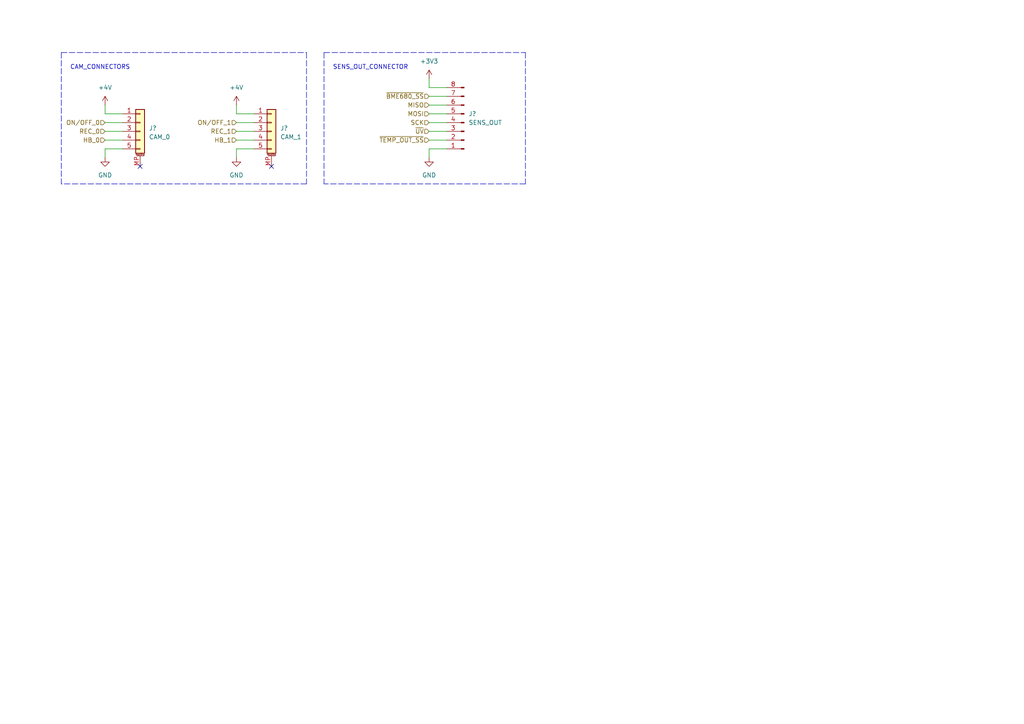
<source format=kicad_sch>
(kicad_sch (version 20211123) (generator eeschema)
  (paper "A4")
  (lib_symbols
    (symbol "Connector:Conn_01x08_Male" (pin_names (offset 1.016) hide)
      (property "Reference" "J" (at 0 10.16 0))
      (property "Value" "Conn_01x08_Male" (at 0 -12.7 0))
      (symbol "Conn_01x08_Male_1_1"
        (polyline (pts (xy 1.27 -10.16) (xy 0.8636 -10.16)) (stroke (width 0.1524)))
        (polyline (pts (xy 1.27 -7.62) (xy 0.8636 -7.62)) (stroke (width 0.1524)))
        (polyline (pts (xy 1.27 -5.08) (xy 0.8636 -5.08)) (stroke (width 0.1524)))
        (polyline (pts (xy 1.27 -2.54) (xy 0.8636 -2.54)) (stroke (width 0.1524)))
        (polyline (pts (xy 1.27 0) (xy 0.8636 0)) (stroke (width 0.1524)))
        (polyline (pts (xy 1.27 2.54) (xy 0.8636 2.54)) (stroke (width 0.1524)))
        (polyline (pts (xy 1.27 5.08) (xy 0.8636 5.08)) (stroke (width 0.1524)))
        (polyline (pts (xy 1.27 7.62) (xy 0.8636 7.62)) (stroke (width 0.1524)))
        (rectangle (start 0.8636 -10.033) (end 0 -10.287) (stroke (width 0.1524)) (fill (type outline)))
        (rectangle (start 0.8636 -7.493) (end 0 -7.747) (stroke (width 0.1524)) (fill (type outline)))
        (rectangle (start 0.8636 -4.953) (end 0 -5.207) (stroke (width 0.1524)) (fill (type outline)))
        (rectangle (start 0.8636 -2.413) (end 0 -2.667) (stroke (width 0.1524)) (fill (type outline)))
        (rectangle (start 0.8636 0.127) (end 0 -0.127) (stroke (width 0.1524)) (fill (type outline)))
        (rectangle (start 0.8636 2.667) (end 0 2.413) (stroke (width 0.1524)) (fill (type outline)))
        (rectangle (start 0.8636 5.207) (end 0 4.953) (stroke (width 0.1524)) (fill (type outline)))
        (rectangle (start 0.8636 7.747) (end 0 7.493) (stroke (width 0.1524)) (fill (type outline)))
        (pin passive line (at 5.08 7.62 180) (length 3.81) (name "Pin_1") (number "1"))
        (pin passive line (at 5.08 5.08 180) (length 3.81) (name "Pin_2") (number "2"))
        (pin passive line (at 5.08 2.54 180) (length 3.81) (name "Pin_3") (number "3"))
        (pin passive line (at 5.08 0 180) (length 3.81) (name "Pin_4") (number "4"))
        (pin passive line (at 5.08 -2.54 180) (length 3.81) (name "Pin_5") (number "5"))
        (pin passive line (at 5.08 -5.08 180) (length 3.81) (name "Pin_6") (number "6"))
        (pin passive line (at 5.08 -7.62 180) (length 3.81) (name "Pin_7") (number "7"))
        (pin passive line (at 5.08 -10.16 180) (length 3.81) (name "Pin_8") (number "8"))
      )
    )
    (symbol "Connector_Generic_MountingPin:Conn_01x05_MountingPin" (pin_names (offset 1.016) hide)
      (property "Reference" "J" (at 0 7.62 0))
      (property "Value" "Conn_01x05_MountingPin" (at 1.27 -7.62 0))
      (symbol "Conn_01x05_MountingPin_1_1"
        (rectangle (start -1.27 -4.953) (end 0 -5.207) (stroke (width 0.1524)))
        (rectangle (start -1.27 -2.413) (end 0 -2.667) (stroke (width 0.1524)))
        (rectangle (start -1.27 0.127) (end 0 -0.127) (stroke (width 0.1524)))
        (rectangle (start -1.27 2.667) (end 0 2.413) (stroke (width 0.1524)))
        (rectangle (start -1.27 5.207) (end 0 4.953) (stroke (width 0.1524)))
        (rectangle (start -1.27 6.35) (end 1.27 -6.35) (stroke (width 0.254)) (fill (type background)))
        (polyline (pts (xy -1.016 -7.112) (xy 1.016 -7.112)) (stroke (width 0.1524)))
        (text "Mounting" (at 0 -6.731 0) (effects (font (size 0.381 0.381))))
        (pin passive line (at -5.08 5.08 0) (length 3.81) (name "Pin_1") (number "1"))
        (pin passive line (at -5.08 2.54 0) (length 3.81) (name "Pin_2") (number "2"))
        (pin passive line (at -5.08 0 0) (length 3.81) (name "Pin_3") (number "3"))
        (pin passive line (at -5.08 -2.54 0) (length 3.81) (name "Pin_4") (number "4"))
        (pin passive line (at -5.08 -5.08 0) (length 3.81) (name "Pin_5") (number "5"))
        (pin passive line (at 0 -10.16 90) (length 3.048) (name "MountPin") (number "MP"))
      )
    )
    (symbol "power:+3.3V" (power) (pin_names (offset 0))
      (property "Value" "+3.3V" (at 0 3.556 0))
      (symbol "+3.3V_0_1"
        (polyline (pts (xy -0.762 1.27) (xy 0 2.54)))
        (polyline (pts (xy 0 0) (xy 0 2.54)))
        (polyline (pts (xy 0 2.54) (xy 0.762 1.27)))
      )
      (symbol "+3.3V_1_1"
        (pin power_in line (at 0 0 90) (length 0) hide (name "+3V3") (number "1"))
      )
    )
    (symbol "power:+4V" (power) (pin_names (offset 0))
      (property "Value" "+4V" (at 0 3.556 0))
      (symbol "+4V_0_1"
        (polyline (pts (xy -0.762 1.27) (xy 0 2.54)))
        (polyline (pts (xy 0 0) (xy 0 2.54)))
        (polyline (pts (xy 0 2.54) (xy 0.762 1.27)))
      )
      (symbol "+4V_1_1"
        (pin power_in line (at 0 0 90) (length 0) hide (name "+4V") (number "1"))
      )
    )
    (symbol "power:GND" (power) (pin_names (offset 0))
      (property "Value" "GND" (at 0 -3.81 0))
      (symbol "GND_0_1"
        (polyline (pts (xy 0 0) (xy 0 -1.27) (xy 1.27 -1.27) (xy 0 -2.54) (xy -1.27 -1.27) (xy 0 -1.27)))
      )
      (symbol "GND_1_1"
        (pin power_in line (at 0 0 270) (length 0) hide (name "GND") (number "1"))
      )
    )
  )
  (no_connect (at 78.74 48.26))
  (no_connect (at 40.64 48.26))
  (polyline (pts (xy 17.78 15.24) (xy 88.9 15.24)))
  (wire (pts (xy 124.46 35.56) (xy 129.54 35.56)))
  (polyline (pts (xy 93.98 15.24) (xy 152.4 15.24)))
  (wire (pts (xy 30.48 35.56) (xy 35.56 35.56)))
  (wire (pts (xy 124.46 43.18) (xy 129.54 43.18)))
  (wire (pts (xy 68.58 43.18) (xy 73.66 43.18)))
  (wire (pts (xy 30.48 30.48) (xy 30.48 33.02)))
  (wire (pts (xy 68.58 30.48) (xy 68.58 33.02)))
  (polyline (pts (xy 93.98 15.24) (xy 93.98 53.34)))
  (wire (pts (xy 68.58 38.1) (xy 73.66 38.1)))
  (wire (pts (xy 30.48 43.18) (xy 30.48 45.72)))
  (wire (pts (xy 30.48 43.18) (xy 35.56 43.18)))
  (wire (pts (xy 68.58 33.02) (xy 73.66 33.02)))
  (polyline (pts (xy 152.4 53.34) (xy 93.98 53.34)))
  (wire (pts (xy 124.46 27.94) (xy 129.54 27.94)))
  (polyline (pts (xy 88.9 15.24) (xy 88.9 53.34)))
  (polyline (pts (xy 152.4 15.24) (xy 152.4 53.34)))
  (wire (pts (xy 68.58 35.56) (xy 73.66 35.56)))
  (wire (pts (xy 124.46 38.1) (xy 129.54 38.1)))
  (wire (pts (xy 30.48 40.64) (xy 35.56 40.64)))
  (polyline (pts (xy 88.9 53.34) (xy 17.78 53.34)))
  (wire (pts (xy 68.58 40.64) (xy 73.66 40.64)))
  (wire (pts (xy 124.46 33.02) (xy 129.54 33.02)))
  (wire (pts (xy 124.46 22.86) (xy 124.46 25.4)))
  (wire (pts (xy 30.48 38.1) (xy 35.56 38.1)))
  (wire (pts (xy 30.48 33.02) (xy 35.56 33.02)))
  (wire (pts (xy 68.58 43.18) (xy 68.58 45.72)))
  (wire (pts (xy 124.46 40.64) (xy 129.54 40.64)))
  (polyline (pts (xy 17.78 15.24) (xy 17.78 53.34)))
  (wire (pts (xy 124.46 30.48) (xy 129.54 30.48)))
  (wire (pts (xy 124.46 25.4) (xy 129.54 25.4)))
  (wire (pts (xy 124.46 43.18) (xy 124.46 45.72)))
  (text "CAM_CONNECTORS" (at 20.32 20.32 0) (effects (font (size 1.27 1.27)) (justify left bottom)))
  (text "SENS_OUT_CONNECTOR" (at 96.52 20.32 0) (effects (font (size 1.27 1.27)) (justify left bottom)))
  (hierarchical_label "REC_1" (shape input) (at 68.58 38.1 180))
  (hierarchical_label "ON{slash}OFF_1" (shape input) (at 68.58 35.56 180))
  (hierarchical_label "HB_1" (shape input) (at 68.58 40.64 180))
  (hierarchical_label "ON{slash}OFF_0" (shape input) (at 30.48 35.56 180))
  (hierarchical_label "~{TEMP_OUT_SS}" (shape input) (at 124.46 40.64 180))
  (hierarchical_label "HB_0" (shape input) (at 30.48 40.64 180))
  (hierarchical_label "~{UV}" (shape input) (at 124.46 38.1 180))
  (hierarchical_label "~{BME680_SS}" (shape input) (at 124.46 27.94 180))
  (hierarchical_label "MISO" (shape input) (at 124.46 30.48 180))
  (hierarchical_label "MOSI" (shape input) (at 124.46 33.02 180))
  (hierarchical_label "REC_0" (shape input) (at 30.48 38.1 180))
  (hierarchical_label "SCK" (shape input) (at 124.46 35.56 180))
  (symbol (lib_id "power:GND") (at 68.58 45.72 0) (unit 1)
    (property "Reference" "#PWR?" (effects hide))
    (property "Value" "GND" (at 68.58 50.8 0))
  )
  (symbol (lib_id "power:GND") (at 124.46 45.72 0) (unit 1)
    (property "Reference" "#PWR?" (effects hide))
    (property "Value" "GND" (at 124.46 50.8 0))
  )
  (symbol (lib_id "power:GND") (at 30.48 45.72 0) (unit 1)
    (property "Reference" "#PWR?" (effects hide))
    (property "Value" "GND" (at 30.48 50.8 0))
  )
  (symbol (lib_id "power:+4V") (at 68.58 30.48 0) (unit 1)
    (property "Reference" "#PWR?" (effects hide))
    (property "Value" "+4V" (at 68.58 25.4 0))
  )
  (symbol (lib_id "power:+4V") (at 30.48 30.48 0) (unit 1)
    (property "Reference" "#PWR?" (effects hide))
    (property "Value" "+4V" (at 30.48 25.4 0))
  )
  (symbol (lib_id "Connector_Generic_MountingPin:Conn_01x05_MountingPin") (at 40.64 38.1 0) (unit 1)
    (property "Reference" "J?" (at 43.18 37.1855 0) (effects (justify left)))
    (property "Value" "CAM_0" (at 43.18 39.7255 0) (effects (justify left)))
    (property "Footprint" "Connector_JST:JST_SH_BM05B-SRSS-TB_1x05-1MP_P1.00mm_Vertical" (effects hide))
  )
  (symbol (lib_id "power:+3.3V") (at 124.46 22.86 0) (unit 1)
    (property "Reference" "#PWR?" (effects hide))
    (property "Value" "+3.3V" (at 124.46 17.78 0))
  )
  (symbol (lib_id "Connector_Generic_MountingPin:Conn_01x05_MountingPin") (at 78.74 38.1 0) (unit 1)
    (property "Reference" "J?" (at 81.28 37.1855 0) (effects (justify left)))
    (property "Value" "CAM_1" (at 81.28 39.7255 0) (effects (justify left)))
    (property "Footprint" "Connector_JST:JST_SH_BM05B-SRSS-TB_1x05-1MP_P1.00mm_Vertical" (effects hide))
  )
  (symbol (lib_id "Connector:Conn_01x08_Male") (at 134.62 35.56 180) (unit 1)
    (property "Reference" "J?" (at 135.89 33.0199 0) (effects (justify right)))
    (property "Value" "SENS_OUT" (at 135.89 35.5599 0) (effects (justify right)))
  )
)
</source>
